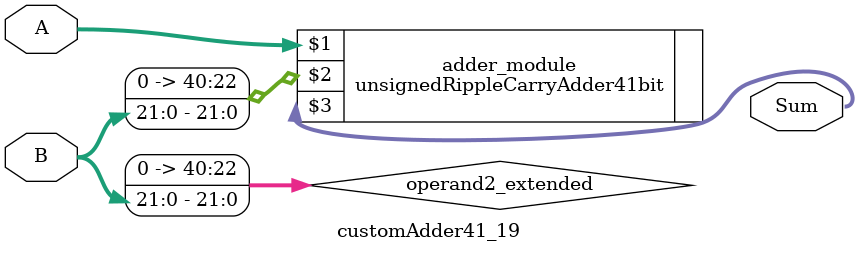
<source format=v>
module customAdder41_19(
                        input [40 : 0] A,
                        input [21 : 0] B,
                        
                        output [41 : 0] Sum
                );

        wire [40 : 0] operand2_extended;
        
        assign operand2_extended =  {19'b0, B};
        
        unsignedRippleCarryAdder41bit adder_module(
            A,
            operand2_extended,
            Sum
        );
        
        endmodule
        
</source>
